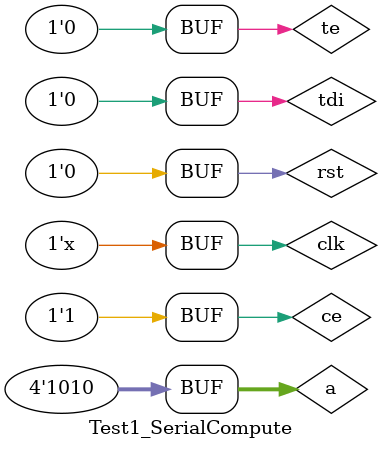
<source format=v>
`timescale 1ns / 1ps


module Test1_SerialCompute(
    );

 reg clk = 1;
 reg ce = 1;
 reg rst = 0;
 reg te = 0;
 reg tdi = 0;
 reg [3:0] a = 4'b1111;

 wire [3:0] y;   //output SerialCompute
 wire tdo;
 wire [3:0] y1;
 wire tdo1;
 wire [3:0] y2;
 wire tdo2;
 wire [3:0] y3;
 wire tdo3;
 wire [3:0] y4;
 wire tdo4;
 wire [3:0] y5;
 wire tdo5;
 wire [3:0] y6;
 wire tdo6;
 wire q0;
 wire q1;

 
 SerialComputeFull sCF0(.clk(clk), .ce(ce), .rst(rst), 
                    .te(te), .tdi(tdi), .tdo(tdo), 
                    .a(a), .y(y)); 
 SerSimple ssi0(.clk(clk), .ce(ce), .rst(rst), 
                    .te(te), .tdi(tdi), .tdo(tdo1), 
                    .a(a), .y(y1)); 
 serPar sP0(.clk(clk), .ce(ce), .rst(rst), 
                    .te(te), .tdi(tdi), .tdo(tdo2), 
                    .a(a), .y(y2)); 
 parSer pS0(.clk(clk), .ce(ce), .rst(rst), 
                    .te(te), .tdi(tdi), .tdo(tdo3), 
                    .a(a), .y(y3)); 
 FDonly fdo0(.clk(clk), .ce(ce), .rst(rst), 
                    .te(te), .tdi(tdi), .tdo(tdo4), 
                    .a(a), .y(y4)); 
 SerialCompute sC0(.clk(clk), .ce(ce), .rst(rst), 
                    .te(te), .tdi(tdi), .tdo(tdo5), 
                    .a(a), .y(y5)); 
 serInvSer sIS (.clk(clk), .ce(ce), .rst(rst), 
                    .te(te), .tdi(tdi), .tdo(tdo6), 
                    .a(a), .y(y6)); 

  FDRE #(
    .INIT(1'b0)) 
    busy_reg1
       (.C(clk),
        .CE(ce),
        .D(a[0]),
        .Q(q0),
        .R(a[1]));
  FDSE #(
    .INIT(1'b0))
    busy_reg2 
       (.C(clk),
        .CE(ce),
        .D(a[0]),
        .Q(q1),
        .S(a[1]));


// Clock process definitions
always
 #10 clk = ~clk;  // setup Tclk = 20ns 50 MHz CLK

// 
initial begin
  #0 a = 4'b1111; 
  #15 rst = 1;         // reset
  #10 rst = 0;
  
  #20 te = 1;           // configure via te
     tdi = 0;          // data 0
  #20 tdi = 0;         // data 1
  #20 tdi = 0;         // data 2
  #20 tdi = 0;         // data 3
  #20 te = 0;
  #5  te = 0;
  
  #20 a = 4'b0111;     // start data in
  #20 a = 4'b1011;
  #20 a = 4'b0101;
  #20 a = 4'b1100;
  #20 a = 4'b0010;
  #20 a = 4'b1010;
  #20 a = 4'b1101;
  #20 a = 4'b1111;
  #20 a = 4'b1111;
  #20 a = 4'b1111;
  #20 a = 4'b1010;
  #20 a = 4'b1101;
  #20 a = 4'b1110;
  #20 a = 4'b1111;
  #20 a = 4'b1110;
  #20 a = 4'b1111;
  #20 a = 4'b1010;
  #20 a = 4'b1100;
  #20 a = 4'b1111;
  #20 a = 4'b1110;
  #20 a = 4'b1111;
  #20 a = 4'b0101;
  #20 a = 4'b0101;
  #20 a = 4'b0101;
  #20 a = 4'b0101;
  #20 a = 4'b0101;
  #20 a = 4'b0101;
  #20 a = 4'b0101;
  #20 a = 4'b0101;
  #20 a = 4'b1010;
  #20 a = 4'b1010;
  #20 a = 4'b1010;
  #20 a = 4'b1010;
  #20 a = 4'b1010;
  #20 a = 4'b1010;
  #20 a = 4'b1010;
  #20 a = 4'b1010;
  #20 a = 4'b1010;

end

endmodule

</source>
